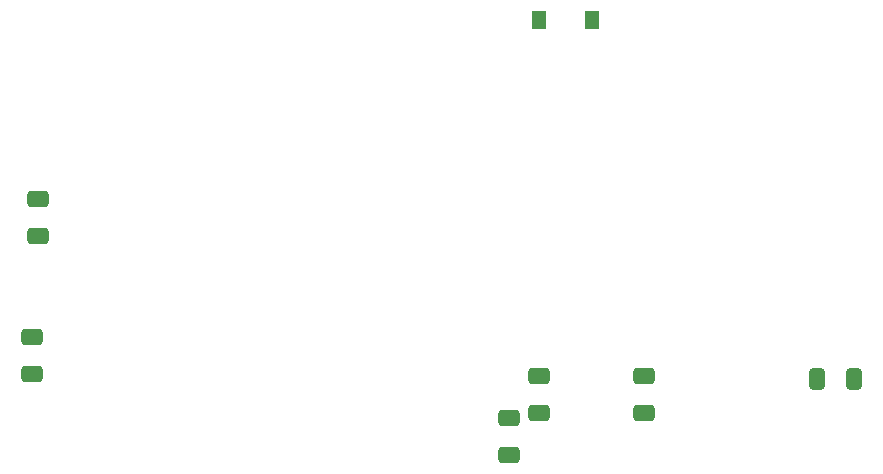
<source format=gbr>
%TF.GenerationSoftware,KiCad,Pcbnew,(6.0.5)*%
%TF.CreationDate,2022-11-12T13:55:10-06:00*%
%TF.ProjectId,ISA rev5,49534120-7265-4763-952e-6b696361645f,rev?*%
%TF.SameCoordinates,Original*%
%TF.FileFunction,Paste,Bot*%
%TF.FilePolarity,Positive*%
%FSLAX46Y46*%
G04 Gerber Fmt 4.6, Leading zero omitted, Abs format (unit mm)*
G04 Created by KiCad (PCBNEW (6.0.5)) date 2022-11-12 13:55:10*
%MOMM*%
%LPD*%
G01*
G04 APERTURE LIST*
G04 Aperture macros list*
%AMRoundRect*
0 Rectangle with rounded corners*
0 $1 Rounding radius*
0 $2 $3 $4 $5 $6 $7 $8 $9 X,Y pos of 4 corners*
0 Add a 4 corners polygon primitive as box body*
4,1,4,$2,$3,$4,$5,$6,$7,$8,$9,$2,$3,0*
0 Add four circle primitives for the rounded corners*
1,1,$1+$1,$2,$3*
1,1,$1+$1,$4,$5*
1,1,$1+$1,$6,$7*
1,1,$1+$1,$8,$9*
0 Add four rect primitives between the rounded corners*
20,1,$1+$1,$2,$3,$4,$5,0*
20,1,$1+$1,$4,$5,$6,$7,0*
20,1,$1+$1,$6,$7,$8,$9,0*
20,1,$1+$1,$8,$9,$2,$3,0*%
G04 Aperture macros list end*
%ADD10R,1.300000X1.550000*%
%ADD11RoundRect,0.250000X0.412500X0.650000X-0.412500X0.650000X-0.412500X-0.650000X0.412500X-0.650000X0*%
%ADD12RoundRect,0.250000X0.650000X-0.412500X0.650000X0.412500X-0.650000X0.412500X-0.650000X-0.412500X0*%
G04 APERTURE END LIST*
D10*
%TO.C,TP1*%
X150404000Y-104229000D03*
X154904000Y-104229000D03*
%TD*%
D11*
%TO.C,C3*%
X177076500Y-134620000D03*
X173951500Y-134620000D03*
%TD*%
D12*
%TO.C,C7*%
X147828000Y-141008500D03*
X147828000Y-137883500D03*
%TD*%
%TO.C,C6*%
X150368000Y-137452500D03*
X150368000Y-134327500D03*
%TD*%
%TO.C,C1*%
X159323000Y-137452500D03*
X159323000Y-134327500D03*
%TD*%
%TO.C,C5*%
X107442000Y-134150500D03*
X107442000Y-131025500D03*
%TD*%
%TO.C,C4*%
X107950000Y-122466500D03*
X107950000Y-119341500D03*
%TD*%
M02*

</source>
